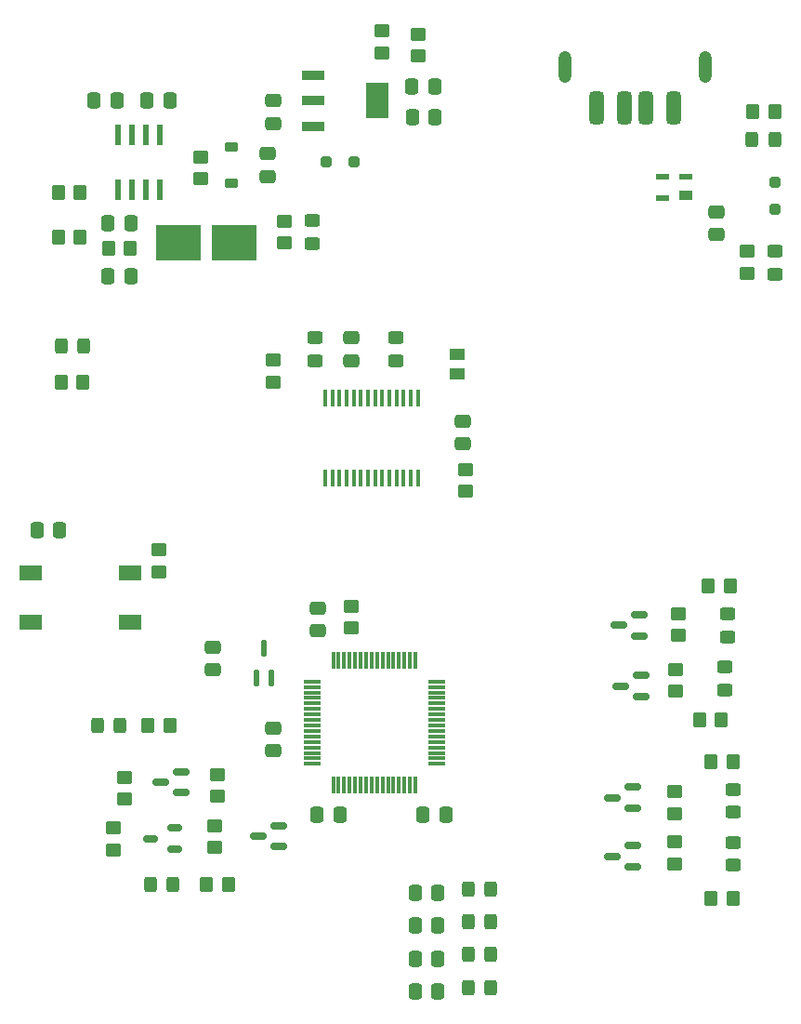
<source format=gtp>
G04 #@! TF.GenerationSoftware,KiCad,Pcbnew,8.0.5*
G04 #@! TF.CreationDate,2024-10-22T19:53:53-04:00*
G04 #@! TF.ProjectId,PCB_Schematic,5043425f-5363-4686-956d-617469632e6b,rev?*
G04 #@! TF.SameCoordinates,Original*
G04 #@! TF.FileFunction,Paste,Top*
G04 #@! TF.FilePolarity,Positive*
%FSLAX46Y46*%
G04 Gerber Fmt 4.6, Leading zero omitted, Abs format (unit mm)*
G04 Created by KiCad (PCBNEW 8.0.5) date 2024-10-22 19:53:53*
%MOMM*%
%LPD*%
G01*
G04 APERTURE LIST*
G04 Aperture macros list*
%AMRoundRect*
0 Rectangle with rounded corners*
0 $1 Rounding radius*
0 $2 $3 $4 $5 $6 $7 $8 $9 X,Y pos of 4 corners*
0 Add a 4 corners polygon primitive as box body*
4,1,4,$2,$3,$4,$5,$6,$7,$8,$9,$2,$3,0*
0 Add four circle primitives for the rounded corners*
1,1,$1+$1,$2,$3*
1,1,$1+$1,$4,$5*
1,1,$1+$1,$6,$7*
1,1,$1+$1,$8,$9*
0 Add four rect primitives between the rounded corners*
20,1,$1+$1,$2,$3,$4,$5,0*
20,1,$1+$1,$4,$5,$6,$7,0*
20,1,$1+$1,$6,$7,$8,$9,0*
20,1,$1+$1,$8,$9,$2,$3,0*%
G04 Aperture macros list end*
%ADD10RoundRect,0.250000X0.450000X-0.350000X0.450000X0.350000X-0.450000X0.350000X-0.450000X-0.350000X0*%
%ADD11RoundRect,0.250000X0.475000X-0.337500X0.475000X0.337500X-0.475000X0.337500X-0.475000X-0.337500X0*%
%ADD12RoundRect,0.250000X0.350000X0.450000X-0.350000X0.450000X-0.350000X-0.450000X0.350000X-0.450000X0*%
%ADD13RoundRect,0.250000X0.337500X0.475000X-0.337500X0.475000X-0.337500X-0.475000X0.337500X-0.475000X0*%
%ADD14RoundRect,0.250000X-0.337500X-0.475000X0.337500X-0.475000X0.337500X0.475000X-0.337500X0.475000X0*%
%ADD15RoundRect,0.250000X-0.450000X0.350000X-0.450000X-0.350000X0.450000X-0.350000X0.450000X0.350000X0*%
%ADD16RoundRect,0.250000X0.250000X-0.250000X0.250000X0.250000X-0.250000X0.250000X-0.250000X-0.250000X0*%
%ADD17O,1.200000X2.900000*%
%ADD18RoundRect,0.325000X0.325000X1.175000X-0.325000X1.175000X-0.325000X-1.175000X0.325000X-1.175000X0*%
%ADD19RoundRect,0.250000X0.250000X0.250000X-0.250000X0.250000X-0.250000X-0.250000X0.250000X-0.250000X0*%
%ADD20RoundRect,0.150000X0.587500X0.150000X-0.587500X0.150000X-0.587500X-0.150000X0.587500X-0.150000X0*%
%ADD21RoundRect,0.250000X0.450000X-0.325000X0.450000X0.325000X-0.450000X0.325000X-0.450000X-0.325000X0*%
%ADD22RoundRect,0.225000X0.375000X-0.225000X0.375000X0.225000X-0.375000X0.225000X-0.375000X-0.225000X0*%
%ADD23R,1.168400X0.889000*%
%ADD24R,1.168400X0.482600*%
%ADD25RoundRect,0.250000X-0.475000X0.337500X-0.475000X-0.337500X0.475000X-0.337500X0.475000X0.337500X0*%
%ADD26RoundRect,0.250000X0.325000X0.450000X-0.325000X0.450000X-0.325000X-0.450000X0.325000X-0.450000X0*%
%ADD27R,4.165600X3.251200*%
%ADD28RoundRect,0.250000X-0.325000X-0.450000X0.325000X-0.450000X0.325000X0.450000X-0.325000X0.450000X0*%
%ADD29RoundRect,0.112500X-0.112500X-0.637500X0.112500X-0.637500X0.112500X0.637500X-0.112500X0.637500X0*%
%ADD30RoundRect,0.250000X-0.350000X-0.450000X0.350000X-0.450000X0.350000X0.450000X-0.350000X0.450000X0*%
%ADD31R,2.150000X0.950000*%
%ADD32R,2.150000X3.250000*%
%ADD33RoundRect,0.250000X-0.450000X0.325000X-0.450000X-0.325000X0.450000X-0.325000X0.450000X0.325000X0*%
%ADD34R,2.100000X1.400000*%
%ADD35RoundRect,0.075000X-0.700000X-0.075000X0.700000X-0.075000X0.700000X0.075000X-0.700000X0.075000X0*%
%ADD36RoundRect,0.075000X-0.075000X-0.700000X0.075000X-0.700000X0.075000X0.700000X-0.075000X0.700000X0*%
%ADD37RoundRect,0.150000X0.512500X0.150000X-0.512500X0.150000X-0.512500X-0.150000X0.512500X-0.150000X0*%
%ADD38R,0.400000X1.500000*%
%ADD39R,0.558800X1.981200*%
%ADD40R,1.470000X1.140000*%
G04 APERTURE END LIST*
D10*
X131826000Y-78264000D03*
X131826000Y-80264000D03*
D11*
X154686000Y-56896000D03*
X154686000Y-54821000D03*
D12*
X160020000Y-45720000D03*
X158020000Y-45720000D03*
D13*
X129329000Y-116792000D03*
X127254000Y-116792000D03*
D12*
X97012000Y-70358000D03*
X95012000Y-70358000D03*
D14*
X99292500Y-55880000D03*
X101367500Y-55880000D03*
D15*
X157480000Y-58420000D03*
X157480000Y-60420000D03*
D16*
X160020000Y-54590000D03*
X160020000Y-52090000D03*
D17*
X153720000Y-41650000D03*
X140920000Y-41650000D03*
D18*
X150820000Y-45350000D03*
X148320000Y-45350000D03*
X146320000Y-45350000D03*
X143820000Y-45350000D03*
D19*
X121666000Y-50292000D03*
X119166000Y-50292000D03*
D20*
X147846500Y-98928000D03*
X147846500Y-97028000D03*
X145971500Y-97978000D03*
D21*
X160020000Y-60470000D03*
X160020000Y-58420000D03*
D10*
X99787500Y-112874500D03*
X99787500Y-110874500D03*
D22*
X110490000Y-52196000D03*
X110490000Y-48896000D03*
D14*
X127000000Y-46228000D03*
X129075000Y-46228000D03*
D23*
X151881400Y-53336800D03*
D24*
X151881400Y-51640000D03*
X149838600Y-51639999D03*
X149838600Y-53540001D03*
D13*
X100097500Y-44704000D03*
X98022500Y-44704000D03*
D20*
X114870500Y-112586500D03*
X114870500Y-110686500D03*
X112995500Y-111636500D03*
D25*
X121412000Y-66294000D03*
X121412000Y-68369000D03*
D26*
X105174000Y-116078000D03*
X103124000Y-116078000D03*
D10*
X100803500Y-108268500D03*
X100803500Y-106268500D03*
D27*
X105664000Y-57658000D03*
X110744000Y-57658000D03*
D28*
X132071000Y-116428000D03*
X134121000Y-116428000D03*
D12*
X156210000Y-117348000D03*
X154210000Y-117348000D03*
D26*
X100348000Y-101600000D03*
X98298000Y-101600000D03*
X97037000Y-67056000D03*
X94987000Y-67056000D03*
D13*
X129329000Y-122792000D03*
X127254000Y-122792000D03*
D29*
X112843000Y-97216000D03*
X114143000Y-97216000D03*
X113493000Y-94556000D03*
D11*
X118364000Y-92941000D03*
X118364000Y-90866000D03*
D12*
X156210000Y-104902000D03*
X154210000Y-104902000D03*
D13*
X120396000Y-109728000D03*
X118321000Y-109728000D03*
D30*
X99330000Y-58166000D03*
X101330000Y-58166000D03*
D25*
X108809000Y-94422000D03*
X108809000Y-96497000D03*
D31*
X118004000Y-42404000D03*
X118004000Y-44704000D03*
X118004000Y-47004000D03*
D32*
X123804000Y-44704000D03*
D21*
X156210000Y-114300000D03*
X156210000Y-112250000D03*
D12*
X96758000Y-53086000D03*
X94758000Y-53086000D03*
D28*
X132071000Y-119428000D03*
X134121000Y-119428000D03*
D30*
X94758000Y-57150000D03*
X96758000Y-57150000D03*
D15*
X114300000Y-68326000D03*
X114300000Y-70326000D03*
D33*
X155702000Y-91431000D03*
X155702000Y-93481000D03*
D11*
X114300000Y-103886000D03*
X114300000Y-101811000D03*
D13*
X129329000Y-119792000D03*
X127254000Y-119792000D03*
D34*
X101324000Y-92166000D03*
X101324000Y-87666000D03*
X92224000Y-92166000D03*
X92224000Y-87666000D03*
D33*
X156210000Y-107424000D03*
X156210000Y-109474000D03*
D10*
X121412000Y-92710000D03*
X121412000Y-90710000D03*
D13*
X129329000Y-125792000D03*
X127254000Y-125792000D03*
D35*
X117866000Y-97558000D03*
X117866000Y-98058000D03*
X117866000Y-98558000D03*
X117866000Y-99058000D03*
X117866000Y-99558000D03*
X117866000Y-100058000D03*
X117866000Y-100558000D03*
X117866000Y-101058000D03*
X117866000Y-101558000D03*
X117866000Y-102058000D03*
X117866000Y-102558000D03*
X117866000Y-103058000D03*
X117866000Y-103558000D03*
X117866000Y-104058000D03*
X117866000Y-104558000D03*
X117866000Y-105058000D03*
D36*
X119791000Y-106983000D03*
X120291000Y-106983000D03*
X120791000Y-106983000D03*
X121291000Y-106983000D03*
X121791000Y-106983000D03*
X122291000Y-106983000D03*
X122791000Y-106983000D03*
X123291000Y-106983000D03*
X123791000Y-106983000D03*
X124291000Y-106983000D03*
X124791000Y-106983000D03*
X125291000Y-106983000D03*
X125791000Y-106983000D03*
X126291000Y-106983000D03*
X126791000Y-106983000D03*
X127291000Y-106983000D03*
D35*
X129216000Y-105058000D03*
X129216000Y-104558000D03*
X129216000Y-104058000D03*
X129216000Y-103558000D03*
X129216000Y-103058000D03*
X129216000Y-102558000D03*
X129216000Y-102058000D03*
X129216000Y-101558000D03*
X129216000Y-101058000D03*
X129216000Y-100558000D03*
X129216000Y-100058000D03*
X129216000Y-99558000D03*
X129216000Y-99058000D03*
X129216000Y-98558000D03*
X129216000Y-98058000D03*
X129216000Y-97558000D03*
D36*
X127291000Y-95633000D03*
X126791000Y-95633000D03*
X126291000Y-95633000D03*
X125791000Y-95633000D03*
X125291000Y-95633000D03*
X124791000Y-95633000D03*
X124291000Y-95633000D03*
X123791000Y-95633000D03*
X123291000Y-95633000D03*
X122791000Y-95633000D03*
X122291000Y-95633000D03*
X121791000Y-95633000D03*
X121291000Y-95633000D03*
X120791000Y-95633000D03*
X120291000Y-95633000D03*
X119791000Y-95633000D03*
D20*
X147671000Y-93406000D03*
X147671000Y-91506000D03*
X145796000Y-92456000D03*
D11*
X113792000Y-51583500D03*
X113792000Y-49508500D03*
D15*
X103886000Y-85598000D03*
X103886000Y-87598000D03*
D37*
X105384000Y-112806500D03*
X105384000Y-110906500D03*
X103109000Y-111856500D03*
D10*
X109282500Y-108014500D03*
X109282500Y-106014500D03*
X109028500Y-112686500D03*
X109028500Y-110686500D03*
D20*
X105980500Y-107694500D03*
X105980500Y-105794500D03*
X104105500Y-106744500D03*
D14*
X127973000Y-109728000D03*
X130048000Y-109728000D03*
D15*
X115316000Y-55649000D03*
X115316000Y-57649000D03*
D28*
X157970000Y-48260000D03*
X160020000Y-48260000D03*
D15*
X150973000Y-96454000D03*
X150973000Y-98454000D03*
D33*
X125476000Y-66294000D03*
X125476000Y-68344000D03*
D25*
X131572000Y-73871000D03*
X131572000Y-75946000D03*
D12*
X155162000Y-101092000D03*
X153162000Y-101092000D03*
D30*
X108236000Y-116078000D03*
X110236000Y-116078000D03*
D21*
X117856000Y-57676000D03*
X117856000Y-55626000D03*
D12*
X155956000Y-88900000D03*
X153956000Y-88900000D03*
D14*
X126957000Y-43434000D03*
X129032000Y-43434000D03*
D28*
X132071000Y-125428000D03*
X134121000Y-125428000D03*
D30*
X102902000Y-101600000D03*
X104902000Y-101600000D03*
D14*
X102848500Y-44704000D03*
X104923500Y-44704000D03*
D25*
X114300000Y-44704000D03*
X114300000Y-46779000D03*
D14*
X92801000Y-83789000D03*
X94876000Y-83789000D03*
D38*
X119062000Y-78997000D03*
X119712000Y-78997000D03*
X120362000Y-78997000D03*
X121012000Y-78997000D03*
X121662000Y-78997000D03*
X122312000Y-78997000D03*
X122962000Y-78997000D03*
X123612000Y-78997000D03*
X124262000Y-78997000D03*
X124912000Y-78997000D03*
X125562000Y-78997000D03*
X126212000Y-78997000D03*
X126862000Y-78997000D03*
X127512000Y-78997000D03*
X127512000Y-71747000D03*
X126862000Y-71747000D03*
X126212000Y-71747000D03*
X125562000Y-71747000D03*
X124912000Y-71747000D03*
X124262000Y-71747000D03*
X123612000Y-71747000D03*
X122962000Y-71747000D03*
X122312000Y-71747000D03*
X121662000Y-71747000D03*
X121012000Y-71747000D03*
X120362000Y-71747000D03*
X119712000Y-71747000D03*
X119062000Y-71747000D03*
D39*
X104013000Y-47828200D03*
X102743000Y-47828200D03*
X101473000Y-47828200D03*
X100203000Y-47828200D03*
X100203000Y-52755800D03*
X101473000Y-52755800D03*
X102743000Y-52755800D03*
X104013000Y-52755800D03*
D20*
X147084500Y-114422000D03*
X147084500Y-112522000D03*
X145209500Y-113472000D03*
D10*
X127508000Y-40624000D03*
X127508000Y-38624000D03*
D40*
X131064000Y-67816000D03*
X131064000Y-69596000D03*
D21*
X155448000Y-98316000D03*
X155448000Y-96266000D03*
D10*
X150894500Y-109596000D03*
X150894500Y-107596000D03*
D20*
X147084500Y-109088000D03*
X147084500Y-107188000D03*
X145209500Y-108138000D03*
D15*
X150894500Y-112168000D03*
X150894500Y-114168000D03*
D28*
X132071000Y-122428000D03*
X134121000Y-122428000D03*
D10*
X151227000Y-93374000D03*
X151227000Y-91374000D03*
X124206000Y-40354000D03*
X124206000Y-38354000D03*
D14*
X99292500Y-60706000D03*
X101367500Y-60706000D03*
D21*
X118110000Y-68344000D03*
X118110000Y-66294000D03*
D10*
X107696000Y-51816000D03*
X107696000Y-49816000D03*
M02*

</source>
